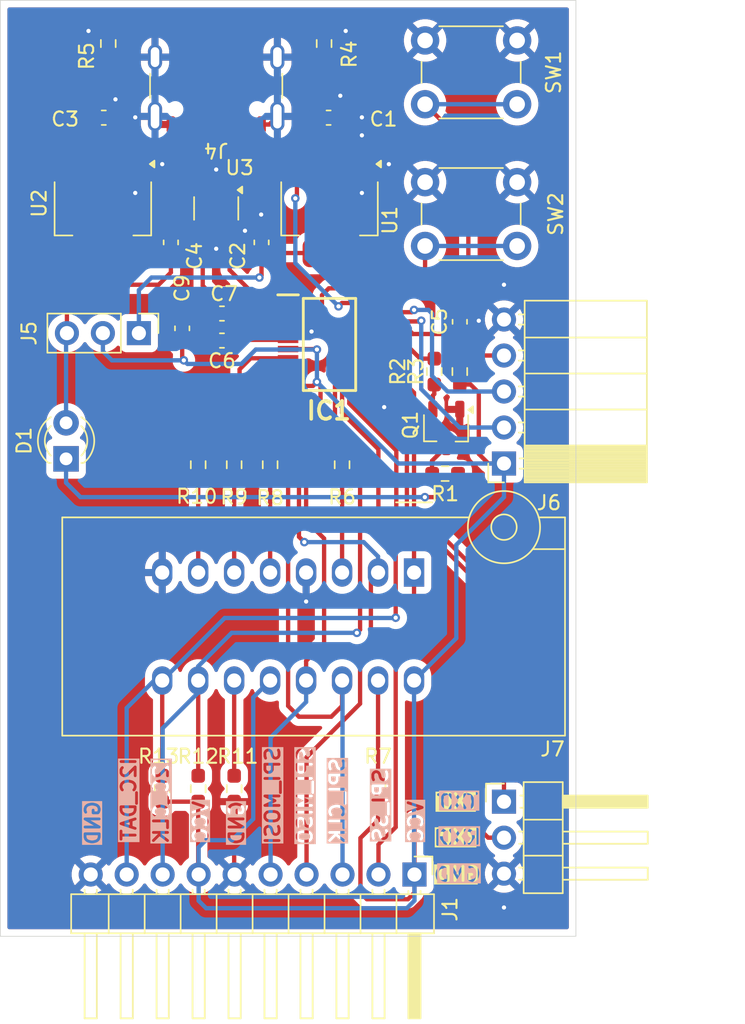
<source format=kicad_pcb>
(kicad_pcb (version 20241229) (generator "pcbnew") (generator_version "9.0")
  (layers (0 "F.Cu" signal) (2 "B.Cu" signal) (13 "F.Paste" user) (15 "B.Paste" user) (5 "F.SilkS" user "F.Silkscreen") (7 "B.SilkS" user "B.Silkscreen") (1 "F.Mask" user) (3 "B.Mask" user) (25 "Edge.Cuts" user))
  (net 0 "")
  (net 1 "GND")
  (net 2 "VBUS")
  (net 3 "Net-(J5-Pin_1)")
  (net 4 "rst")
  (net 5 "Net-(IC1-LDO_CAP)")
  (net 6 "Net-(IC1-USB_VDD33_CAP)")
  (net 7 "VCC")
  (net 8 "+3.3V")
  (net 9 "Net-(D1-K)")
  (net 10 "spi_miso")
  (net 11 "usci1_data")
  (net 12 "spi_ss")
  (net 13 "spi_mosi")
  (net 14 "spi_clk")
  (net 15 "uart_tx")
  (net 16 "uart_rx")
  (net 17 "Net-(J4-D+-PadA6)")
  (net 19 "Net-(J4-CC2)")
  (net 20 "Net-(J4-CC1)")
  (net 22 "Net-(J4-D--PadA7)")
  (net 23 "ice_clk")
  (net 24 "ice_dat")
  (net 25 "usci1_clk")
  (net 26 "Net-(J7-Pin_15)")
  (net 27 "Net-(J7-Pin_3)")
  (net 28 "Net-(J7-Pin_5)")
  (net 29 "Net-(J7-Pin_7)")
  (net 30 "Net-(J7-Pin_6)")
  (net 31 "Net-(J7-Pin_11)")
  (net 32 "Net-(Q1-C)")
  (net 33 "Net-(Q1-B)")
  (net 34 "ISP")
  (net 35 "USB_D+")
  (net 36 "USB_D-")
  (footprint "Resistor_SMD:R_0603_1608Metric_Pad0.98x0.95mm_HandSolder" (layer "F.Cu") (at 171.63 112.746 -90)
    (property "Reference" "R7")
    (property "Value" "330" (hide yes))
  )
  (footprint "Resistor_SMD:R_0603_1608Metric_Pad0.98x0.95mm_HandSolder" (layer "F.Cu") (at 167.82 60.168 90)
    (property "Reference" "R4")
    (property "Value" "5.1k" (hide yes))
  )
  (footprint "Resistor_SMD:R_0603_1608Metric_Pad0.98x0.95mm_HandSolder" (layer "F.Cu") (at 158.93 112.746 90)
    (property "Reference" "R12")
    (property "Value" "330" (hide yes))
  )
  (footprint "Resistor_SMD:R_0603_1608Metric_Pad0.98x0.95mm_HandSolder" (layer "F.Cu") (at 176.3625 90.51 180)
    (property "Reference" "R1")
    (property "Value" "330" (hide yes))
  )
  (footprint "LED_THT:LED_D3.0mm" (layer "F.Cu") (at 149.6 89.47 90)
    (property "Reference" "D1")
    (property "Value" "LED" (hide yes))
  )
  (footprint "Package_TO_SOT_SMD:SOT-23-6" (layer "F.Cu") (at 160.2 71.8 -90)
    (property "Reference" "U3")
    (property "Value" "USBLC6-2SC6" (hide yes))
  )
  (footprint "Resistor_SMD:R_0603_1608Metric_Pad0.98x0.95mm_HandSolder" (layer "F.Cu") (at 161.47 89.886 -90)
    (property "Reference" "R9")
    (property "Value" "330" (hide yes))
  )
  (footprint "Resistor_SMD:R_0603_1608Metric_Pad0.98x0.95mm_HandSolder" (layer "F.Cu") (at 161.47 112.746 -90)
    (property "Reference" "R11")
    (property "Value" "330" (hide yes))
  )
  (footprint "Package_TO_SOT_SMD:SOT-223-3_TabPin2" (layer "F.Cu") (at 168.2 71.8 -90)
    (property "Reference" "U1")
    (property "Value" "AMS1117-1.8" (hide yes))
  )
  (footprint "Resistor_SMD:R_0603_1608Metric_Pad0.98x0.95mm_HandSolder" (layer "F.Cu") (at 169.09 89.886 -90)
    (property "Reference" "R6")
    (property "Value" "330" (hide yes))
  )
  (footprint "Capacitor_SMD:C_0603_1608Metric_Pad1.08x0.95mm_HandSolder" (layer "F.Cu") (at 157 74.2 90)
    (property "Reference" "C4")
    (property "Value" "10uf" (hide yes))
  )
  (footprint "Button_Switch_THT:SW_PUSH_6mm" (layer "F.Cu") (at 174.95 69.95)
    (property "Reference" "SW2")
    (property "Value" "SW_Push" (hide yes))
  )
  (footprint "Capacitor_SMD:C_0603_1608Metric_Pad1.08x0.95mm_HandSolder" (layer "F.Cu") (at 163.4 74.2 90)
    (property "Reference" "C2")
    (property "Value" "10uf" (hide yes))
  )
  (footprint "Capacitor_SMD:C_0603_1608Metric_Pad1.08x0.95mm_HandSolder" (layer "F.Cu") (at 152.2625 65.4)
    (property "Reference" "C3")
    (property "Value" "10uf" (hide yes))
  )
  (footprint "Capacitor_SMD:C_0603_1608Metric_Pad1.08x0.95mm_HandSolder" (layer "F.Cu") (at 160.6075 81.125 180)
    (property "Reference" "C6")
    (property "Value" "1uf" (hide yes))
  )
  (footprint "Connector_PinHeader_2.54mm:PinHeader_1x03_P2.54mm_Vertical" (layer "F.Cu") (at 154.74 80.6 -90)
    (property "Reference" "J5")
    (property "Value" "Conn_01x03" (hide yes))
  )
  (footprint "Socket:DIP_Socket-16_W4.3_W5.08_W7.62_W10.16_W10.9_3M_216-3340-00-0602J" (layer "F.Cu") (at 174.17 97.4915 -90)
    (property "Reference" "J7")
    (property "Value" "Conn_02x08_Counter_Clockwise" (hide yes))
  )
  (footprint "Capacitor_SMD:C_0603_1608Metric_Pad1.08x0.95mm_HandSolder" (layer "F.Cu") (at 168.1375 65.4)
    (property "Reference" "C1")
    (property "Value" "10uf" (hide yes))
  )
  (footprint "M032FC1AE:M032FC1AE" (layer "F.Cu") (at 168.2 81.4)
    (property "Reference" "IC1")
    (property "Value" "M032FC1AE" (hide yes))
  )
  (footprint "Capacitor_SMD:C_0603_1608Metric_Pad1.08x0.95mm_HandSolder" (layer "F.Cu") (at 157.8 80.2625 90)
    (property "Reference" "C9")
    (property "Value" "1uf")
  )
  (footprint "Button_Switch_THT:SW_PUSH_6mm" (layer "F.Cu") (at 174.95 59.95)
    (property "Reference" "SW1")
    (property "Value" "SW_Push" (hide yes))
  )
  (footprint "Connector_USB:USB_C_Receptacle_GCT_USB4105-xx-A_16P_TopMnt_Horizontal" (layer "F.Cu") (at 160.2 62.2 180)
    (property "Reference" "J4")
    (property "Value" "USB_C_Receptacle_USB2.0_16P" (hide yes))
  )
  (footprint "Package_TO_SOT_SMD:SOT-223-3_TabPin2" (layer "F.Cu") (at 152.2 71.8 -90)
    (property "Reference" "U2")
    (property "Value" "AMS1117-3.3" (hide yes))
  )
  (footprint "Capacitor_SMD:C_0603_1608Metric_Pad1.08x0.95mm_HandSolder" (layer "F.Cu") (at 160.6075 79.218 180)
    (property "Reference" "C7")
    (property "Value" "1uf" (hide yes))
  )
  (footprint "Resistor_SMD:R_0603_1608Metric_Pad0.98x0.95mm_HandSolder" (layer "F.Cu") (at 152.58 60.168 90)
    (property "Reference" "R5")
    (property "Value" "5.1k" (hide yes))
  )
  (footprint "Connector_PinSocket_2.54mm:PinSocket_1x05_P2.54mm_Horizontal" (layer "F.Cu") (at 180.52 89.8 180)
    (property "Reference" "J6")
    (property "Value" "Conn_01x05" (hide yes))
  )
  (footprint "Connector_PinHeader_2.54mm:PinHeader_1x10_P2.54mm_Horizontal" (layer "F.Cu") (at 174.2 118.8 -90)
    (property "Reference" "J1")
    (property "Value" "Conn_01x10" (hide yes))
  )
  (footprint "Resistor_SMD:R_0603_1608Metric_Pad0.98x0.95mm_HandSolder" (layer "F.Cu") (at 164.01 89.886 -90)
    (property "Reference" "R8")
    (property "Value" "330" (hide yes))
  )
  (footprint "Resistor_SMD:R_0603_1608Metric_Pad0.98x0.95mm_HandSolder" (layer "F.Cu") (at 158.93 89.886 -90)
    (property "Reference" "R10")
    (property "Value" "330" (hide yes))
  )
  (footprint "Package_TO_SOT_SMD:TSOT-23" (layer "F.Cu") (at 176.45 87.29 -90)
    (property "Reference" "Q1")
    (property "Value" "S8050" (hide yes))
  )
  (footprint "Resistor_SMD:R_0603_1608Metric_Pad0.98x0.95mm_HandSolder" (layer "F.Cu") (at 175.6 83.3125 -90)
    (property "Reference" "R2")
    (property "Value" "1k" (hide yes))
  )
  (footprint "Resistor_SMD:R_0603_1608Metric_Pad0.98x0.95mm_HandSolder" (layer "F.Cu") (at 156.39 112.746 90)
    (property "Reference" "R13")
    (property "Value" "330" (hide yes))
  )
  (footprint "Connector_PinHeader_2.54mm:PinHeader_1x03_P2.54mm_Horizontal" (layer "F.Cu") (at 180.52 113.66)
    (property "Reference" "J2" (hide yes))
    (property "Value" "Conn_01x03" (hide yes))
  )
  (footprint "Resistor_SMD:R_0603_1608Metric_Pad0.98x0.95mm_HandSolder" (layer "F.Cu") (at 177.4 83.3125 90)
    (property "Reference" "R3")
    (property "Value" "10k" (hide yes))
  )
  (footprint "Capacitor_SMD:C_0603_1608Metric_Pad1.08x0.95mm_HandSolder" (layer "F.Cu") (at 177.4 79.8 90)
    (property "Reference" "C5")
    (property "Value" "1uf" (hide yes))
  )
  (gr_line (start 185.6 123.16) (end 144.96 123.16) (stroke (width 0.05)) (layer "Edge.Cuts"))
  (gr_line (start 185.6 57.12) (end 185.6 123.16) (stroke (width 0.05)) (layer "Edge.Cuts"))
  (gr_line (start 144.96 57.12) (end 185.6 57.12) (stroke (width 0.05)) (layer "Edge.Cuts"))
  (gr_line (start 144.96 123.16) (end 144.96 57.12) (stroke (width 0.05)) (layer "Edge.Cuts"))
  (gr_text "RXD" (at 175.47 116.81 0) (layer "F.SilkS" knockout) (effects (font (size 1 1) (thickness 0.2) (bold yes)) (justify left bottom)))
  (gr_text "GND" (at 175.47 119.4262 0) (layer "F.SilkS" knockout) (effects (font (size 1 1) (thickness 0.2) (bold yes)) (justify left bottom)))
  (gr_text "TXD" (at 175.6686 114.2954 0) (layer "F.SilkS" knockout) (effects (font (size 1 1) (thickness 0.2) (bold yes)) (justify left bottom)))
  (gr_text "TXD" (at 178.7974 114.2192 -0) (layer "B.SilkS" knockout) (effects (font (size 1 1) (thickness 0.2) (bold yes)) (justify left bottom mirror)))
  (gr_text "SPI_MISO" (at 167.058 109.698 90) (layer "B.SilkS" knockout) (effects (font (size 1 1) (thickness 0.2) (bold yes)) (justify left bottom mirror)))
  (gr_text "GND" (at 162.232 113.508 90) (layer "B.SilkS" knockout) (effects (font (size 1 1) (thickness 0.2) (bold yes)) (justify left bottom mirror)))
  (gr_text "VCC" (at 174.8812 113.508 90) (layer "B.SilkS" knockout) (effects (font (size 1 1) (thickness 0.2) (bold yes)) (justify left bottom mirror)))
  (gr_text "SPI_MOSI" (at 164.772 109.698 90) (layer "B.SilkS" knockout) (effects (font (size 1 1) (thickness 0.2) (bold yes)) (justify left bottom mirror)))
  (gr_text "I2C_DAT" (at 154.612 110.46 90) (layer "B.SilkS" knockout) (effects (font (size 1 1) (thickness 0.2) (bold yes)) (justify left bottom mirror)))
  (gr_text "SPI_CLK" (at 169.344 110.46 90) (layer "B.SilkS" knockout) (effects (font (size 1 1) (thickness 0.2) (bold yes)) (justify left bottom mirror)))
  (gr_text "GND" (at 152.072 113.508 90) (layer "B.SilkS" knockout) (effects (font (size 1 1) (thickness 0.2) (bold yes)) (justify left bottom mirror)))
  (gr_text "I2C_CLK" (at 156.898 110.46 90) (layer "B.SilkS" knockout) (effects (font (size 1 1) (thickness 0.2) (bold yes)) (justify left bottom mirror)))
  (gr_text "SPI_SS" (at 172.392 111.222 90) (layer "B.SilkS" knockout) (effects (font (size 1 1) (thickness 0.2) (bold yes)) (justify left bottom mirror)))
  (gr_text "GND" (at 178.996 119.35 -0) (layer "B.SilkS" knockout) (effects (font (size 1 1) (thickness 0.2) (bold yes)) (justify left bottom mirror)))
  (gr_text "VCC" (at 159.692 113.508 90) (layer "B.SilkS" knockout) (effects (font (size 1 1) (thickness 0.2) (bold yes)) (justify left bottom mirror)))
  (gr_text "RXD" (at 178.996 116.7338 -0) (layer "B.SilkS" knockout) (effects (font (size 1 1) (thickness 0.2) (bold yes)) (justify left bottom mirror)))
  (segment (start 154.527 68.677) (end 154.5 68.65) (width 0.3048) (layer "F.Cu") (net 1))
  (segment (start 163.945 65.88) (end 164.52 65.305) (width 0.3048) (layer "F.Cu") (net 1))
  (segment (start 157 65.88) (end 156.455 65.88) (width 0.3048) (layer "F.Cu") (net 1))
  (segment (start 155.88 65.305) (end 154.555 65.305) (width 0.3048) (layer "F.Cu") (net 1))
  (segment (start 154.485 65.375) (end 153.15 65.375) (width 0.3048) (layer "F.Cu") (net 1))
  (segment (start 165.275 80.425) (end 166.868 80.425) (width 0.3048) (layer "F.Cu") (net 1))
  (segment (start 153.088 65.363) (end 153.125 65.4) (width 0.3048) (layer "F.Cu") (net 1))
  (segment (start 166.55 97.4915) (end 166.55 99.538) (width 0.3048) (layer "F.Cu") (net 1))
  (segment (start 167.058 63.851) (end 168.963 63.851) (width 0.3048) (layer "F.Cu") (net 1))
  (segment (start 153.15 65.375) (end 153.125 65.4) (width 0.3048) (layer "F.Cu") (net 1))
  (segment (start 161.47 113.6585) (end 161.47 118.77) (width 0.3048) (layer "F.Cu") (net 1))
  (segment (start 156.39 68.677) (end 154.527 68.677) (width 0.3048) (layer "F.Cu") (net 1))
  (segment (start 160.2 70.6625) (end 160.2 69.058) (width 0.3048) (layer "F.Cu") (net 1))
  (segment (start 154.485 70.709) (end 154.485 68.665) (width 0.3048) (layer "F.Cu") (net 1))
  (segment (start 165.604 65.305) (end 167.058 63.851) (width 0.3048) (layer "F.Cu") (net 1))
  (segment (start 164.52 65.305) (end 165.604 65.305) (width 0.3048) (layer "F.Cu") (net 1))
  (segment (start 154.555 65.305) (end 154.485 65.375) (width 0.3048) (layer "F.Cu") (net 1))
  (segment (start 153.088 64.105) (end 153.088 65.363) (width 0.3048) (layer "F.Cu") (net 1))
  (segment (start 163.4 65.88) (end 163.945 65.88) (width 0.3048) (layer "F.Cu") (net 1))
  (segment (start 161.47 118.77) (end 161.5 118.8) (width 0.3048) (layer "F.Cu") (net 1))
  (segment (start 154.485 68.665) (end 154.5 68.65) (width 0.3048) (layer "F.Cu") (net 1))
  (segment (start 166.868 80.425) (end 166.931 80.488) (width 0.3048) (layer "F.Cu") (net 1))
  (segment (start 156.455 65.88) (end 155.88 65.305) (width 0.3048) (layer "F.Cu") (net 1))
  (via (at 154.485 70.709) (size 0.6) (drill 0.3) (layers "F.Cu" "B.Cu") (net 1))
  (via (at 170.487 66.645) (size 0.6) (drill 0.3) (layers "F.Cu" "B.Cu") (net 1))
  (via (at 160.2 74.646) (size 0.6) (drill 0.3) (layers "F.Cu" "B.Cu") (net 1))
  (via (at 180.52 77.186) (size 0.6) (drill 0.3) (layers "F.Cu" "B.Cu") (net 1))
  (via (at 178.742 79.726) (size 0.6) (drill 0.3) (layers "F.Cu" "B.Cu") (net 1))
  (via (at 166.931 80.488) (size 0.6) (drill 0.3) (layers "F.Cu" "B.Cu") (net 1))
  (via (at 170.487 70.709) (size 0.6) (drill 0.3) (layers "F.Cu" "B.Cu") (net 1))
  (via (at 168.963 63.851) (size 0.6) (drill 0.3) (layers "F.Cu" "B.Cu") (net 1))
  (via (at 154.485 65.375) (size 0.6) (drill 0.3) (layers "F.Cu" "B.Cu") (net 1))
  (via (at 166.55 99.538) (size 0.6) (drill 0.3) (layers "F.Cu" "B.Cu") (net 1))
  (via (at 169.344 59.279) (size 0.6) (drill 0.3) (layers "F.Cu" "B.Cu") (net 1))
  (via (at 180.52 121.128) (size 0.6) (drill 0.3) (layers "F.Cu" "B.Cu") (net 1))
  (via (at 162.232 73.376) (size 0.6) (drill 0.3) (layers "F.Cu" "B.Cu") (net 1))
  (via (at 172.392 68.677) (size 0.6) (drill 0.3) (layers "F.Cu" "B.Cu") (net 1))
  (via (at 151.183 59.279) (size 0.6) (drill 0.3) (layers "F.Cu" "B.Cu") (net 1))
  (via (at 172.0618 85.822) (size 0.6) (drill 0.3) (layers "F.Cu" "B.Cu") (net 1))
  (via (at 170.487 65.375) (size 0.6) (drill 0.3) (layers "F.Cu" "B.Cu") (net 1))
  (via (at 156.39 68.677) (size 0.6) (drill 0.3) (layers "F.Cu" "B.Cu") (net 1))
  (via (at 153.088 64.105) (size 0.6) (drill 0.3) (layers "F.Cu" "B.Cu") (net 1))
  (via (at 160.2 69.058) (size 0.6) (drill 0.3) (layers "F.Cu" "B.Cu") (net 1))
  (via (at 163.375 72.233) (size 0.6) (drill 0.3) (layers "F.Cu" "B.Cu") (net 1))
  (segment (start 157.406 67.026) (end 157.406 71.09) (width 0.3048) (layer "F.Cu") (net 2))
  (segment (start 162.613 71.852) (end 161.47 71.852) (width 0.3048) (layer "F.Cu") (net 2))
  (segment (start 160.623001 71.852) (end 161.47 71.852) (width 0.3048) (layer "F.Cu") (net 2))
  (segment (start 165.9 67.93) (end 165.9 68.65) (width 0.3048) (layer "F.Cu") (net 2))
  (segment (start 163.171001 67.026) (end 163.171001 71.293999) (width 0.3048) (layer "F.Cu") (net 2))
  (segment (start 157.406 71.09) (end 158.168 71.852) (width 0.3048) (layer "F.Cu") (net 2))
  (segment (start 160.2 72.275001) (end 159.776999 71.852) (width 0.3048) (layer "F.Cu") (net 2))
  (segment (start 162.6 65.88) (end 162.6 66.454999) (width 0.3048) (layer "F.Cu") (net 2))
  (segment (start 157.8 66.632) (end 157.406 67.026) (width 0.3048) (layer "F.Cu") (net 2))
  (segment (start 167.275 66.555) (end 165.9 67.93) (width 0.3048) (layer "F.Cu") (net 2))
  (segment (start 166.296 66.518) (end 166.296 65.756) (width 0.3048) (layer "F.Cu") (net 2))
  (segment (start 166.652 65.4) (end 167.275 65.4) (width 0.3048) (layer "F.Cu") (net 2))
  (segment (start 167.275 65.4) (end 167.275 66.555) (width 0.3048) (layer "F.Cu") (net 2))
  (segment (start 169.071 78.475) (end 171.125 78.475) (width 0.3048) (layer "F.Cu") (net 2))
  (segment (start 149.9 66.15) (end 150.65 65.4) (width 0.3048) (layer "F.Cu") (net 2))
  (segment (start 168.836 78.71) (end 169.071 78.475) (width 0.3048) (layer "F.Cu") (net 2))
  (segment (start 157.8 65.88) (end 157.8 66.632) (width 0.3048) (layer "F.Cu") (net 2))
  (segment (start 165.788 67.026) (end 166.296 66.518) (width 0.3048) (layer "F.Cu") (net 2))
  (segment (start 159.776999 71.852) (end 158.168 71.852) (width 0.3048) (layer "F.Cu") (net 2))
  (segment (start 149.9 68.65) (end 149.9 66.15) (width 0.3048) (layer "F.Cu") (net 2))
  (segment (start 165.9 70.978) (end 165.788 71.09) (width 0.3048) (layer "F.Cu") (net 2))
  (segment (start 163.171001 71.293999) (end 162.613 71.852) (width 0.3048) (layer "F.Cu") (net 2))
  (segment (start 153.026 67.026) (end 151.4 65.4) (width 0.3048) (layer "F.Cu") (net 2))
  (segment (start 162.6 66.454999) (end 163.171001 67.026) (width 0.3048) (layer "F.Cu") (net 2))
  (segment (start 150.65 65.4) (end 151.4 65.4) (width 0.3048) (layer "F.Cu") (net 2))
  (segment (start 160.2 72.275001) (end 160.623001 71.852) (width 0.3048) (layer "F.Cu") (net 2))
  (segment (start 165.9 68.65) (end 165.9 70.978) (width 0.3048) (layer "F.Cu") (net 2))
  (segment (start 157.406 67.026) (end 153.026 67.026) (width 0.3048) (layer "F.Cu") (net 2))
  (segment (start 163.171001 67.026) (end 165.788 67.026) (width 0.3048) (layer "F.Cu") (net 2))
  (segment (start 161.47 71.852) (end 160.856928 71.852) (width 0.3048) (layer "F.Cu") (net 2))
  (segment (start 166.296 65.756) (end 166.652 65.4) (width 0.3048) (layer "F.Cu") (net 2))
  (via (at 168.836 78.71) (size 0.6) (drill 0.3) (layers "F.Cu" "B.Cu") (net 2))
  (via (at 165.788 71.09) (size 0.6) (drill 0.3) (layers "F.Cu" "B.Cu") (net 2))
  (segment (start 165.788 75.662) (end 168.836 78.71) (width 0.3048) (layer "B.Cu") (net 2))
  (segment (start 165.788 71.09) (end 165.788 75.662) (width 0.3048) (layer "B.Cu") (net 2))
  (segment (start 163.4 76.526) (end 163.248 76.678) (width 0.3048) (layer "F.Cu") (net 3))
  (segment (start 168.2 74.95) (end 163.5125 74.95) (width 0.3048) (layer "F.Cu") (net 3))
  (segment (start 163.4 75.0625) (end 163.4 76.526) (width 0.3048) (layer "F.Cu") (net 3))
  (segment (start 163.5125 74.95) (end 163.4 75.0625) (width 0.3048) (layer "F.Cu") (net 3))
  (segment (start 168.2 74.95) (end 168.2 68.65) (width 0.3048) (layer "F.Cu") (net 3))
  (via (at 163.248 76.678) (size 0.6) (drill 0.3) (layers "F.Cu" "B.Cu") (net 3))
  (segment (start 154.74 77.566) (end 154.74 80.6) (width 0.3048) (layer "B.Cu") (net 3))
  (segment (start 163.248 76.678) (end 155.628 76.678) (width 0.3048) (layer "B.Cu") (net 3))
  (segment (start 155.628 76.678) (end 154.74 77.566) (width 0.3048) (layer "B.Cu") (net 3))
  (segment (start 174.0905 80.6625) (end 173.853 80.425) (width 0.3048) (layer "F.Cu") (net 4))
  (segment (start 178.0054 67.5054) (end 178.0054 75.8144) (width 0.3048) (layer "F.Cu") (net 4))
  (segment (start 178.0054 75.8144) (end 176.329 77.4908) (width 0.3048) (layer "F.Cu") (net 4))
  (segment (start 180.52 82.18) (end 179.082 82.18) (width 0.3048) (layer "F.Cu") (net 4))
  (segment (start 177.4 80.6625) (end 174.0905 80.6625) (width 0.3048) (layer "F.Cu") (net 4))
  (segment (start 178.862 82.4) (end 177.4 82.4) (width 0.3048) (layer "F.Cu") (net 4))
  (segment (start 176.329 77.4908) (end 176.329 79.98) (width 0.3048) (layer "F.Cu") (net 4))
  (segment (start 176.329 79.98) (end 177.0115 80.6625) (width 0.3048) (layer "F.Cu") (net 4))
  (segment (start 174.95 64.45) (end 178.0054 67.5054) (width 0.3048) (layer "F.Cu") (net 4))
  (segment (start 179.082 82.18) (end 178.862 82.4) (width 0.3048) (layer "F.Cu") (net 4))
  (segment (start 177.4 80.6625) (end 177.4 82.4) (width 0.3048) (layer "F.Cu") (net 4))
  (segment (start 171.125 80.425) (end 173.853 80.425) (width 0.3048) (layer "F.Cu") (net 4))
  (segment (start 177.0115 80.6625) (end 177.4 80.6625) (width 0.3048) (layer "F.Cu") (net 4))
  (segment (start 174.95 64.45) (end 181.45 64.45) (width 0.3048) (layer "B.Cu") (net 4))
  (segment (start 165.275 81.075) (end 161.52 81.075) (width 0.3048) (layer "F.Cu") (net 5))
  (segment (start 161.52 81.075) (end 161.47 81.125) (width 0.3048) (layer "F.Cu") (net 5))
  (segment (start 162.74 79.218) (end 161.47 79.218) (width 0.3048) (layer "F.Cu") (net 6))
  (segment (start 163.297 79.775) (end 162.74 79.218) (width 0.3048) (layer "F.Cu") (net 6))
  (segment (start 165.275 79.775) (end 163.297 79.775) (width 0.3048) (layer "F.Cu") (net 6))
  (segment (start 170.3854 120.0866) (end 170.3854 116.2258) (width 0.3048) (layer "F.Cu") (net 7))
  (segment (start 165.275 84.325) (end 167.031 84.325) (width 0.3048) (layer "F.Cu") (net 7))
  (segment (start 174.2 118.8) (end 174.2 120.082) (width 0.3048) (layer "F.Cu") (net 7))
  (segment (start 157.8 82.406) (end 157.914 82.52) (width 0.3048) (layer "F.Cu") (net 7))
  (segment (start 158.93 118.77) (end 158.96 118.8) (width 0.3048) (layer "F.Cu") (net 7))
  (segment (start 178.742 89.124) (end 179.418 89.8) (width 0.3048) (layer "F.Cu") (net 7))
  (segment (start 178.742 84.806) (end 178.742 89.124) (width 0.3048) (layer "F.Cu") (net 7))
  (segment (start 173.7382 120.5438) (end 170.8426 120.5438) (width 0.3048) (layer "F.Cu") (net 7))
  (segment (start 157.8 81.125) (end 157.8 82.406) (width 0.3048) (layer "F.Cu") (net 7))
  (segment (start 174.2 114.9096) (end 174.2 118.8) (width 0.3048) (layer "F.Cu") (net 7))
  (segment (start 179.418 89.8) (end 180.52 89.8) (width 0.3048) (layer "F.Cu") (net 7))
  (segment (start 174.2 120.082) (end 173.7382 120.5438) (width 0.3048) (layer "F.Cu") (net 7))
  (segment (start 171.63 114.9812) (end 170.3854 116.2258) (width 0.3048) (layer "F.Cu") (net 7))
  (segment (start 178.161 84.225) (end 178.742 84.806) (width 0.3048) (layer "F.Cu") (net 7))
  (segment (start 165.275 84.325) (end 165.2034 84.2534) (width 0.3048) (layer "F.Cu") (net 7))
  (segment (start 156.39 113.6585) (end 158.93 113.6585) (width 0.3048) (layer "F.Cu") (net 7))
  (segment (start 171.63 113.6585) (end 171.63 114.9812) (width 0.3048) (layer "F.Cu") (net 7))
  (segment (start 167.279 81.725) (end 167.312 81.758) (width 0.3048) (layer "F.Cu") (net 7))
  (segment (start 167.566 84.298) (end 167.312 84.044) (width 0.3048) (layer "F.Cu") (net 7))
  (segment (start 167.031 84.325) (end 167.312 84.044) (width 0.3048) (layer "F.Cu") (net 7))
  (segment (start 169.09 88.9735) (end 169.09 88.108) (width 0.3048) (layer "F.Cu") (net 7))
  (segment (start 165.275 81.725) (end 167.279 81.725) (width 0.3048) (layer "F.Cu") (net 7))
  (segment (start 170.8426 120.5438) (end 170.3854 120.0866) (width 0.3048) (layer "F.Cu") (net 7))
  (segment (start 169.09 88.108) (end 167.566 86.584) (width 0.3048) (layer "F.Cu") (net 7))
  (segment (start 177.4 84.225) (end 178.161 84.225) (width 0.3048) (layer "F.Cu") (net 7))
  (segment (start 167.566 86.584) (end 167.566 84.298) (width 0.3048) (layer "F.Cu") (net 7))
  (segment (start 158.93 113.6585) (end 158.93 118.77) (width 0.3048) (layer "F.Cu") (net 7))
  (via (at 167.312 84.044) (size 0.6) (drill 0.3) (layers "F.Cu" "B.Cu") (net 7))
  (via (at 167.312 81.758) (size 0.6) (drill 0.3) (layers "F.Cu" "B.Cu") (net 7))
  (via (at 157.914 82.52) (size 0.6) (drill 0.3) (layers "F.Cu" "B.Cu") (net 7))
  (segment (start 177.1545 102.127) (end 177.1545 95.5375) (width 0.3048) (layer "B.Cu") (net 7))
  (segment (start 174.17 118.77) (end 174.2 118.8) (width 0.3048) (layer "B.Cu") (net 7))
  (segment (start 167.312 81.758) (end 167.312 84.044) (width 0.3048) (layer "B.Cu") (net 7))
  (segment (start 167.312 81.758) (end 162.994 81.758) (width 0.3048) (layer "B.Cu") (net 7))
  (segment (start 162.8162 114.8796) (end 161.3176 116.3782) (width 0.3048) (layer "B.Cu") (net 7))
  (segment (start 158.96 116.8816) (end 159.4634 116.3782) (width 0.3048) (layer "B.Cu") (net 7))
  (segment (start 162.8162 106.3053) (end 162.8162 114.8796) (width 0.3048) (layer "B.Cu") (net 7))
  (segment (start 161.978 82.774) (end 158.168 82.774) (width 0.3048) (layer "B.Cu") (net 7))
  (segment (start 161.3176 116.3782) (end 159.4634 116.3782) (width 0.3048) (layer "B.Cu") (net 7))
  (segment (start 158.96 120.65) (end 159.4888 121.1788) (width 0.3048) (layer "B.Cu") (net 7))
  (segment (start 152.2 81.886) (end 152.834 82.52) (width 0.3048) (layer "B.Cu") (net 7))
  (segment (start 174.2 120.6408) (end 174.2 118.8) (width 0.3048) (layer "B.Cu") (net 7))
  (segment (start 164.01 105.1115) (end 162.8162 106.3053) (width 0.3048) (layer "B.Cu") (net 7))
  (segment (start 180.52 92.172) (end 177.1545 95.5375) (width 0.3048) (layer "B.Cu") (net 7))
  (segment (start 158.96 118.8) (end 158.96 120.65) (width 0.3048) (layer "B.Cu") (net 7))
  (segment (start 173.662 121.1788) (end 174.2 120.6408) (width 0.3048) (layer "B.Cu") (net 7))
  (segment (start 174.17 105.1115) (end 177.1545 102.127) (width 0.3048) (layer "B.Cu") (net 7))
  (segment (start 152.2 80.6) (end 152.2 81.886) (width 0.3048) (layer "B.Cu") (net 7))
  (segment (start 158.168 82.774) (end 157.914 82.52) (width 0.3048) (layer "B.Cu") (net 7))
  (segment (start 152.834 82.52) (end 157.914 82.52) (width 0.3048) (layer "B.Cu") (net 7))
  (segment (start 159.4888 121.1788) (end 173.662 121.1788) (width 0.3048) (layer "B.Cu") (net 7))
  (segment (start 167.285 81.785) (end 167.312 81.758) (width 0.3048) (layer "B.Cu") (net 7))
  (segment (start 167.312 84.044) (end 173.068 89.8) (width 0.3048) (layer "B.Cu") (net 7))
  (segment (start 180.52 89.8) (end 180.52 92.172) (width 0.3048) (layer "B.Cu") (net 7))
  (segment (start 173.068 89.8) (end 180.52 89.8) (width 0.3048) (layer "B.Cu") (net 7))
  (segment (start 158.96 118.8) (end 158.96 116.8816) (width 0.3048) (layer "B.Cu") (net 7))
  (segment (start 174.17 105.1115) (end 174.17 118.77) (width 0.3048) (layer "B.Cu") (net 7))
  (segment (start 162.994 81.758) (end 161.978 82.774) (width 0.3048) (layer "B.Cu") (net 7))
  (segment (start 150.04 77.186) (end 156.136 77.186) (width 0.3048) (layer "F.Cu") (net 8))
  (segment (start 157 76.322) (end 157 75.0625) (width 0.3048) (layer "F.Cu") (net 8))
  (segment (start 156.136 77.186) (end 157 76.322) (width 0.3048) (layer "F.Cu") (net 8))
  (segment (start 152.2 74.95) (end 156.8875 74.95) (width 0.3048) (layer "F.Cu") (net 8))
  (segment (start 156.8875 74.95) (end 157 75.0625) (width 0.3048) (layer "F.Cu") (net 8))
  (segment (start 152.2 74.95) (end 152.2 68.65) (width 0.3048) (layer "F.Cu") (net 8))
  (segment (start 149.66 77.566) (end 150.04 77.186) (width 0.3048) (layer "F.Cu") (net 8))
  (segment (start 149.66 80.6) (end 149.66 77.566) (width 0.3048) (layer "F.Cu") (net 8))
  (segment (start 149.6 86.93) (end 149.6 80.66) (width 0.3048) (layer "B.Cu") (net 8))
  (segment (start 149.6 80.66) (end 149.66 80.6) (width 0.3048) (layer "B.Cu") (net 8))
  (segment (start 177.275 91.5562) (end 177.275 90.51) (width 0.3048) (layer "F.Cu") (net 9))
  (segment (start 176.6592 92.172) (end 177.275 91.5562) (width 0.3048) (layer "F.Cu") (net 9))
  (segment (start 174.932 92.172) (end 176.6592 92.172) (width 0.3048) (layer "F.Cu") (net 9))
  (via (at 174.932 92.172) (size 0.6) (drill 0.3) (layers "F.Cu" "B.Cu") (net 9))
  (segment (start 149.6 91.156) (end 149.6 89.47) (width 0.3048) (layer "B.Cu") (net 9))
  (segment (start 150.616 92.172) (end 149.6 91.156) (width 0.3048) (layer "B.Cu") (net 9))
  (segment (start 174.932 92.172) (end 150.616 92.172) (width 0.3048) (layer "B.Cu") (net 9))
  (segment (start 170.36 106.745) (end 170.36 103.6782) (width 0.3048) (layer "F.Cu") (net 10))
  (segment (start 163.124 83.025) (end 162.9432 83.2058) (width 0.3048) (layer "F.Cu") (net 10))
  (segment (start 162.9432 85.3902) (end 163.5274 85.9744) (width 0.3048) (layer "F.Cu") (net 10))
  (segment (start 166.58 118.8) (end 166.58 110.525) (width 0.3048) (layer "F.Cu") (net 10))
  (segment (start 165.6356 85.9744) (end 166.0442 86.383) (width 0.3048) (layer "F.Cu") (net 10))
  (segment (start 171.122 102.9162) (end 171.122 97.9995) (width 0.3048) (layer "F.Cu") (net 10))
  (segment (start 170.36 103.6782) (end 171.122 102.9162) (width 0.3048) (layer "F.Cu") (net 10))
  (segment (start 166.0442 86.383) (end 166.0442 94.9682) (width 0.3048) (layer "F.Cu") (net 10))
  (segment (start 166.58 110.525) (end 170.36 106.745) (width 0.3048) (layer "F.Cu") (net 10))
  (segment (start 165.275 83.025) (end 163.124 83.025) (width 0.3048) (layer "F.Cu") (net 10))
  (segment (start 162.9432 83.2058) (end 162.9432 85.3902) (width 0.3048) (layer "F.Cu") (net 10))
  (segment (start 166.0442 94.9682) (end 166.423 95.347) (width 0.3048) (layer "F.Cu") (net 10))
  (segment (start 171.122 97.9995) (end 171.63 97.4915) (width 0.3048) (layer "F.Cu") (net 10))
  (segment (start 163.5274 85.9744) (end 165.6356 85.9744) (width 0.3048) (layer "F.Cu") (net 10))
  (via (at 166.423 95.347) (size 0.6) (drill 0.3) (layers "F.Cu" "B.Cu") (net 10))
  (segment (start 171.63 96.363) (end 170.614 95.347) (width 0.3048) (layer "B.Cu") (net 10))
  (segment (start 170.614 95.347) (end 166.423 95.347) (width 0.3048) (layer "B.Cu") (net 10))
  (segment (start 171.63 97.4915) (end 171.63 96.363) (width 0.3048) (layer "B.Cu") (net 10))
  (segment (start 171.653345 88.7938) (end 171.653345 94.227345) (width 0.3048) (layer "F.Cu") (net 11))
  (segment (start 156.39 111.8335) (end 156.39 105.1115) (width 0.3048) (layer "F.Cu") (net 11))
  (segment (start 171.653345 94.227345) (end 172.8746 95.4486) (width 0.3048) (layer "F.Cu") (net 11))
  (segment (start 169.0922 86.232655) (end 171.653345 88.7938) (width 0.3048) (layer "F.Cu") (net 11))
  (segment (start 171.125 82.375) (end 170.052891 82.375) (width 0.3048) (layer "F.Cu") (net 11))
  (segment (start 172.8746 95.4486) (end 172.8746 100.681) (width 0.3048) (layer "F.Cu") (net 11))
  (segment (start 169.0922 83.335691) (end 169.0922 86.232655) (width 0.3048) (layer "F.Cu") (net 11))
  (segment (start 170.052891 82.375) (end 169.0922 83.335691) (width 0.3048) (layer "F.Cu") (net 11))
  (via (at 172.8746 100.681) (size 0.6) (drill 0.3) (layers "F.Cu" "B.Cu") (net 11))
  (segment (start 172.8562 100.6994) (end 172.8746 100.681) (width 0.3048) (layer "B.Cu") (net 11))
  (segment (start 171.6116 100.6994) (end 160.8021 100.6994) (width 0.3048) (layer "B.Cu") (net 11))
  (segment (start 153.88 107.0518) (end 155.8203 105.1115) (width 0.3048) (layer "B.Cu") (net 11))
  (segment (start 160.8021 100.6994) (end 156.39 105.1115) (width 0.3048) (layer "B.Cu") (net 11))
  (segment (start 153.88 118.8) (end 153.88 107.0518) (width 0.3048) (layer "B.Cu") (net 11))
  (segment (start 171.6116 100.6994) (end 172.8562 100.6994) (width 0.3048) (layer "B.Cu") (net 11))
  (segment (start 155.8203 105.1115) (end 156.39 105.1115) (width 0.3048) (layer "B.Cu") (net 11))
  (segment (start 172.9184 93.7144) (end 172.9184 88.8884) (width 0.3048) (layer "F.Cu") (net 12))
  (segment (start 170.1182 83.025) (end 171.125 83.025) (width 0.3048) (layer "F.Cu") (net 12))
  (segment (start 172.8746 115.4638) (end 172.8746 103.5512) (width 0.3048) (layer "F.Cu") (net 12))
  (segment (start 171.66 118.8) (end 171.66 116.6784) (width 0.3048) (layer "F.Cu") (net 12))
  (segment (start 169.598 85.568) (end 169.598 83.5452) (width 0.3048) (layer "F.Cu") (net 12))
  (segment (start 174.17 102.2558) (end 174.17 97.4915) (width 0.3048) (layer "F.Cu") (net 12))
  (segment (start 172.9184 88.8884) (end 169.598 85.568) (width 0.3048) (layer "F.Cu") (net 12))
  (segment (start 171.66 116.6784) (end 172.8746 115.4638) (width 0.3048) (layer "F.Cu") (net 12))
  (segment (start 169.598 83.5452) (end 170.1182 83.025) (width 0.3048) (layer "F.Cu") (net 12))
  (segment (start 172.8746 103.5512) (end 174.17 102.2558) (width 0.3048) (layer "F.Cu") (net 12))
  (segment (start 174.17 97.4915) (end 174.17 94.966) (width 0.3048) (layer "F.Cu") (net 12))
  (segment (start 174.17 94.966) (end 172.9184 93.7144) (width 0.3048) (layer "F.Cu") (net 12))
  (segment (start 163.502 84.9076) (end 164.0354 85.441) (width 0.3048) (layer "F.Cu") (net 13))
  (segment (start 167.82 102.459) (end 166.55 103.729) (width 0.3048) (layer "F.Cu") (net 13))
  (segment (start 163.502 83.8662) (end 163.502 84.9076) (width 0.3048) (layer "F.Cu") (net 13))
  (segment (start 165.915 85.441) (end 166.55 86.076) (width 0.3048) (layer "F.Cu") (net 13))
  (segment (start 166.55 93.823) (end 167.82 95.093) (width 0.3048) (layer "F.Cu") (net 13))
  (segment (start 163.6932 83.675) (end 163.502 83.8662) (width 0.3048) (layer "F.Cu") (net 13))
  (segment (start 166.55 103.729) (end 166.55 105.1115) (width 0.3048) (layer "F.Cu") (net 13))
  (segment (start 164.0354 85.441) (end 165.915 85.441) (width 0.3048) (layer "F.Cu") (net 13))
  (segment (start 166.55 86.076) (end 166.55 93.823) (width 0.3048) (layer "F.Cu") (net 13))
  (segment (start 167.82 95.093) (end 167.82 102.459) (width 0.3048) (layer "F.Cu") (net 13))
  (segment (start 165.275 83.675) (end 163.6932 83.675) (width 0.3048) (layer "F.Cu") (net 13))
  (segment (start 166.55 106.6246) (end 166.55 105.1115) (width 0.3048) (layer "B.Cu") (net 13))
  (segment (start 164.04 118.8) (end 164.04 109.1346) (width 0.3048) (layer "B.Cu") (net 13))
  (segment (start 164.04 109.1346) (end 166.55 106.6246) (width 0.3048) (layer "B.Cu") (net 13))
  (segment (start 165.28 87.346) (end 165.28 106.904) (width 0.3048) (layer "F.Cu") (net 14))
  (segment (start 168.328 107.666) (end 169.09 106.904) (width 0.3048) (layer "F.Cu") (net 14))
  (segment (start 165.28 106.904) (end 166.042 107.666) (width 0.3048) (layer "F.Cu") (net 14))
  (segment (start 161.851 85.822) (end 162.994 86.965) (width 0.3048) (layer "F.Cu") (net 14))
  (segment (start 161.851 83.155) (end 161.851 85.822) (width 0.3048) (layer "F.Cu") (net 14))
  (segment (start 162.994 86.965) (end 164.899 86.965) (width 0.3048) (layer "F.Cu") (net 14))
  (segment (start 169.09 106.904) (end 169.09 105.1115) (width 0.3048) (layer "F.Cu") (net 14))
  (segment (start 164.899 86.965) (end 165.28 87.346) (width 0.3048) (layer "F.Cu") (net 14))
  (segment (start 162.631 82.375) (end 161.851 83.155) (width 0.3048) (layer "F.Cu") (net 14))
  (segment (start 165.275 82.375) (end 162.631 82.375) (width 0.3048) (layer "F.Cu") (net 14))
  (segment (start 166.042 107.666) (end 168.328 107.666) (width 0.3048) (layer "F.Cu") (net 14))
  (segment (start 169.12 105.1415) (end 169.09 105.1115) (width 0.3048) (layer "B.Cu") (net 14))
  (segment (start 169.12 118.8) (end 169.12 105.1415) (width 0.3048) (layer "B.Cu") (net 14))
  (segment (start 179.402 116.2) (end 178.742 115.54) (width 0.3048) (layer "F.Cu") (net 15))
  (segment (start 180.52 116.2) (end 179.402 116.2) (width 0.3048) (layer "F.Cu") (net 15))
  (segment (start 172.927 84.325) (end 171.125 84.325) (width 0.3048) (layer "F.Cu") (net 15))
  (segment (start 178.742 115.54) (end 178.742 98.2658) (width 0.3048) (layer "F.Cu") (net 15))
  (segment (start 173.6642 85.0622) (end 172.927 84.325) (width 0.3048) (layer "F.Cu") (net 15))
  (segment (start 173.6642 93.188) (end 173.6642 85.0622) (width 0.3048) (layer "F.Cu") (net 15))
  (segment (start 178.742 98.2658) (end 173.6642 93.188) (width 0.3048) (layer "F.Cu") (net 15))
  (segment (start 174.17 84.806) (end 174.17 92.934) (width 0.3048) (layer "F.Cu") (net 16))
  (segment (start 180.52 113.66) (end 180.52 99.284) (width 0.3048) (layer "F.Cu") (net 16))
  (segment (start 171.125 83.675) (end 173.039 83.675) (width 0.3048) (layer "F.Cu") (net 16))
  (segment (start 173.039 83.675) (end 174.17 84.806) (width 0.3048) (layer "F.Cu") (net 16))
  (segment (start 180.52 99.284) (end 174.17 92.934) (width 0.3048) (layer "F.Cu") (net 16))
  (segment (start 159.45 67.522) (end 159.45 65.88) (width 0.2032) (layer "F.Cu") (net 17))
  (segment (start 159.45 67.546) (end 159.45 67.522) (width 0.2032) (layer "F.Cu") (net 17))
  (segment (start 160.45 65.88) (end 160.45 67.53) (width 0.2032) (layer "F.Cu") (net 17))
  (segment (start 160.2 67.788) (end 159.692 67.788) (width 0.2032) (layer "F.Cu") (net 17))
  (segment (start 160.454 67.534) (end 160.2 67.788) (width 0.2032) (layer "F.Cu") (net 17))
  (segment (start 159.25 67.722) (end 159.45 67.522) (width 0.2032) (layer "F.Cu") (net 17))
  (segment (start 159.25 70.6625) (end 159.25 67.722) (width 0.2032) (layer "F.Cu") (net 17))
  (segment (start 160.45 67.53) (end 160.454 67.534) (width 0.2032) (layer "F.Cu") (net 17))
  (segment (start 159.692 67.788) (end 159.45 67.546) (width 0.2032) (layer "F.Cu") (net 17))
  (segment (start 157.66 62.962) (end 153.469 62.962) (width 0.2032) (layer "F.Cu") (net 19))
  (segment (start 153.469 62.962) (end 152.58 62.073) (width 0.2032) (layer "F.Cu") (net 19))
  (segment (start 152.58 62.073) (end 152.58 61.0805) (width 0.2032) (layer "F.Cu") (net 19))
  (segment (start 157.66 62.962) (end 158.45 63.752) (width 0.2032) (layer "F.Cu") (net 19))
  (segment (start 158.45 65.88) (end 158.45 63.752) (width 0.2032) (layer "F.Cu") (net 19))
  (segment (start 162.232 62.962) (end 167.312 62.962) (width 0.2032) (layer "F.Cu") (net 20))
  (segment (start 161.45 65.88) (end 161.45 63.744) (width 0.2032) (layer "F.Cu") (net 20))
  (segment (start 167.82 62.454) (end 167.82 61.0805) (width 0.2032) (layer "F.Cu") (net 20))
  (segment (start 161.45 63.744) (end 162.232 62.962) (width 0.2032) (layer "F.Cu") (net 20))
  (segment (start 167.312 62.962) (end 167.82 62.454) (width 0.2032) (layer "F.Cu") (net 20))
  (segment (start 160.95 67.534) (end 160.95 65.88) (width 0.2032) (layer "F.Cu") (net 22))
  (segment (start 160.708 64.486) (end 160.95 64.728) (width 0.2032) (layer "F.Cu") (net 22))
  (segment (start 161.15 70.6625) (end 161.15 67.734) (width 0.2032) (layer "F.Cu") (net 22))
  (segment (start 160.95 64.728) (end 160.95 65.88) (width 0.2032) (layer "F.Cu") (net 22))
  (segment (start 161.15 67.734) (end 160.95 67.534) (width 0.2032) (layer "F.Cu") (net 22))
  (segment (start 159.95 64.736) (end 160.2 64.486) (width 0.2032) (layer "F.Cu") (net 22))
  (segment (start 159.95 65.88) (end 159.95 64.736) (width 0.2032) (layer "F.Cu") (net 22))
  (segment (start 160.2 64.486) (end 160.708 64.486) (width 0.2032) (layer "F.Cu") (net 22))
  (segment (start 174.009 79.125) (end 174.17 78.964) (width 0.3048) (layer "F.Cu") (net 23))
  (segment (start 171.125 79.125) (end 174.009 79.125) (width 0.3048) (layer "F.Cu") (net 23))
  (via (at 174.17 78.964) (size 0.6) (drill 0.3) (layers "F.Cu" "B.Cu") (net 23))
  (segment (start 176.542 84.72) (end 180.52 84.72) (width 0.3048) (layer "B.Cu") (net 23))
  (segment (start 174.17 78.964) (end 175.186 78.964) (width 0.3048) (layer "B.Cu") (net 23))
  (segment (start 175.186 78.964) (end 175.44 79.218) (width 0.3048) (layer "B.Cu") (net 23))
  (segment (start 175.44 83.618) (end 176.542 84.72) (width 0.3048) (layer "B.Cu") (net 23))
  (segment (start 175.44 79.218) (end 175.44 83.618) (width 0.3048) (layer "B.Cu") (net 23))
  (segment (start 174.629 79.775) (end 174.678 79.726) (width 0.3048) (layer "F.Cu") (net 24))
  (segment (start 171.125 79.775) (end 174.629 79.775) (width 0.3048) (layer "F.Cu") (net 24))
  (via (at 174.678 79.726) (size 0.6) (drill 0.3) (layers "F.Cu" "B.Cu") (net 24))
  (segment (start 177.386 87.26) (end 180.52 87.26) (width 0.3048) (layer "B.Cu") (net 24))
  (segment (start 174.678 79.726) (end 174.678 84.552) (width 0.3048) (layer "B.Cu") (net 24))
  (segment (start 174.678 84.552) (end 177.386 87.26) (width 0.3048) (layer "B.Cu") (net 24))
  (segment (start 168.887291 82.825291) (end 169.987581 81.725) (width 0.3048) (layer "F.Cu") (net 25))
  (segment (start 158.93 111.8335) (end 158.93 105.1115) (width 0.3048) (layer "F.Cu") (net 25))
  (segment (start 168.709 83.003581) (end 168.887291 82.825291) (width 0.3048) (layer "F.Cu") (net 25))
  (segment (start 170.36 101.5192) (end 170.1314 101.7478) (width 0.3048) (layer "F.Cu") (net 25))
  (segment (start 168.5864 86.7154) (end 170.36 88.489) (width 0.3048) (layer "F.Cu") (net 25))
  (segment (start 169.987581 81.725) (end 171.125 81.725) (width 0.3048) (layer "F.Cu") (net 25))
  (segment (start 168.5864 83.126182) (end 168.5864 86.7154) (width 0.3048) (layer "F.Cu") (net 25))
  (segment (start 170.36 88.489) (end 170.36 101.5192) (width 0.3048) (layer "F.Cu") (net 25))
  (segment (start 168.887291 82.825291) (end 168.5864 83.126182) (width 0.3048) (layer "F.Cu") (net 25))
  (via (at 170.1314 101.7478) (size 0.6) (drill 0.3) (layers "F.Cu" "B.Cu") (net 25))
  (segment (start 156.42 118.8) (end 156.42 108.4742) (width 0.3048) (layer "B.Cu") (net 25))
  (segment (start 158.93 105.9642) (end 158.93 105.1115) (width 0.3048) (layer "B.Cu") (net 25))
  (segment (start 158.93 104.11) (end 161.2922 101.7478) (width 0.3048) (layer "B.Cu") (net 25))
  (segment (start 161.2922 101.7478) (end 170.1314 101.7478) (width 0.3048) (layer "B.Cu") (net 25))
  (segment (start 156.42 108.4742) (end 158.93 105.9642) (width 0.3048) (layer "B.Cu") (net 25))
  (segment (start 158.93 105.1115) (end 158.93 104.11) (width 0.3048) (layer "B.Cu") (net 25))
  (segment (start 171.63 105.1115) (end 171.63 111.8335) (width 0.3048) (layer "F.Cu") (net 26))
  (segment (start 169.09 90.7985) (end 169.09 97.4915) (width 0.3048) (layer "F.Cu") (net 27))
  (segment (start 164.01 97.4915) (end 164.01 90.7985) (width 0.3048) (layer "F.Cu") (net 28))
  (segment (start 158.93 97.4915) (end 158.93 90.7985) (width 0.3048) (layer "F.Cu") (net 29))
  (segment (start 161.47 97.4915) (end 161.47 90.7985) (width 0.3048) (layer "F.Cu") (net 30))
  (segment (start 161.47 111.8335) (end 161.47 105.1115) (width 0.3048) (layer "F.Cu") (net 31))
  (segment (start 176.45 88.6) (end 175.44 89.61) (width 0.3048) (layer "F.Cu") (net 32))
  (segment (start 175.44 89.61) (end 175.44 90.5) (width 0.3048) (layer "F.Cu") (net 32))
  (segment (start 175.44 90.5) (end 175.45 90.51) (width 0.3048) (layer "F.Cu") (net 32))
  (segment (start 175.5 85) (end 175.6 84.9) (width 0.3048) (layer "F.Cu") (net 33))
  (segment (start 175.5 85.98) (end 175.5 85) (width 0.3048) (layer "F.Cu") (net 33))
  (segment (start 175.6 84.225) (end 175.6 84.9) (width 0.3048) (layer "F.Cu") (net 33))
  (segment (start 167.6676 77.9226) (end 168.1502 77.44) (width 0.3048) (layer "F.Cu") (net 34))
  (segment (start 168.1502 77.44) (end 173.916 77.44) (width 0.3048) (layer "F.Cu") (net 34))
  (segment (start 173.27969 81.075) (end 174.60469 82.4) (width 0.3048) (layer "F.Cu") (net 34))
  (segment (start 173.916 77.44) (end 174.95 76.406) (width 0.3048) (layer "F.Cu") (net 34))
  (segment (start 174.60469 82.4) (end 175.6 82.4) (width 0.3048) (layer "F.Cu") (net 34))
  (segment (start 171.125 81.075) (end 169.169 81.075) (width 0.3048) (layer "F.Cu") (net 34))
  (segment (start 167.6676 79.5736) (end 167.6676 77.9226) (width 0.3048) (layer "F.Cu") (net 34))
  (segment (start 169.169 81.075) (end 167.6676 79.5736) (width 0.3048) (layer "F.Cu") (net 34))
  (segment (start 174.95 76.406) (end 174.95 74.45) (width 0.3048) (layer "F.Cu") (net 34))
  (segment (start 171.125 81.075) (end 173.27969 81.075) (width 0.3048) (layer "F.Cu") (net 34))
  (segment (start 174.95 74.45) (end 181.45 74.45) (width 0.3048) (layer "B.Cu") (net 34))
  (segment (start 162.232 77.948) (end 163.409 79.125) (width 0.3048) (layer "F.Cu") (net 35))
  (segment (start 159.25 72.9375) (end 159.25 77.252) (width 0.3048) (layer "F.Cu") (net 35))
  (segment (start 159.946 77.948) (end 162.232 77.948) (width 0.3048) (layer "F.Cu") (net 35))
  (segment (start 163.409 79.125) (end 165.275 79.125) (width 0.3048) (layer "F.Cu") (net 35))
  (segment (start 159.25 77.252) (end 159.946 77.948) (width 0.3048) (layer "F.Cu") (net 35))
  (segment (start 165.275 78.475) (end 163.47431 78.475) (width 0.3048) (layer "F.Cu") (net 36))
  (segment (start 163.47431 78.475) (end 161.15 76.15069) (width 0.3048) (layer "F.Cu") (net 36))
  (segment (start 161.15 76.15069) (end 161.15 72.9375) (width 0.3048) (layer "F.Cu") (net 36))
  (zone (net 1) (net_name "GND") (layer "F.Cu") (connect_pads (clearance 0.5)) (min_thickness 0.25) (fill yes (thermal_gap 0.5) (thermal_bridge_width 0.5))
    (polygon (pts (xy 144.96 57.12) (xy 144.96 123.16) (xy 185.6 123.185) (xy 185.6 57.12)))
  )
  (zone (net 1) (net_name "GND") (layer "B.Cu") (priority 1) (connect_pads (clearance 0.5)) (min_thickness 0.25) (fill yes (thermal_gap 0.5) (thermal_bridge_width 0.5))
    (polygon (pts (xy 144.96 57.12) (xy 144.96 123.16) (xy 185.6 123.185) (xy 185.6 57.12)))
  )
)
</source>
